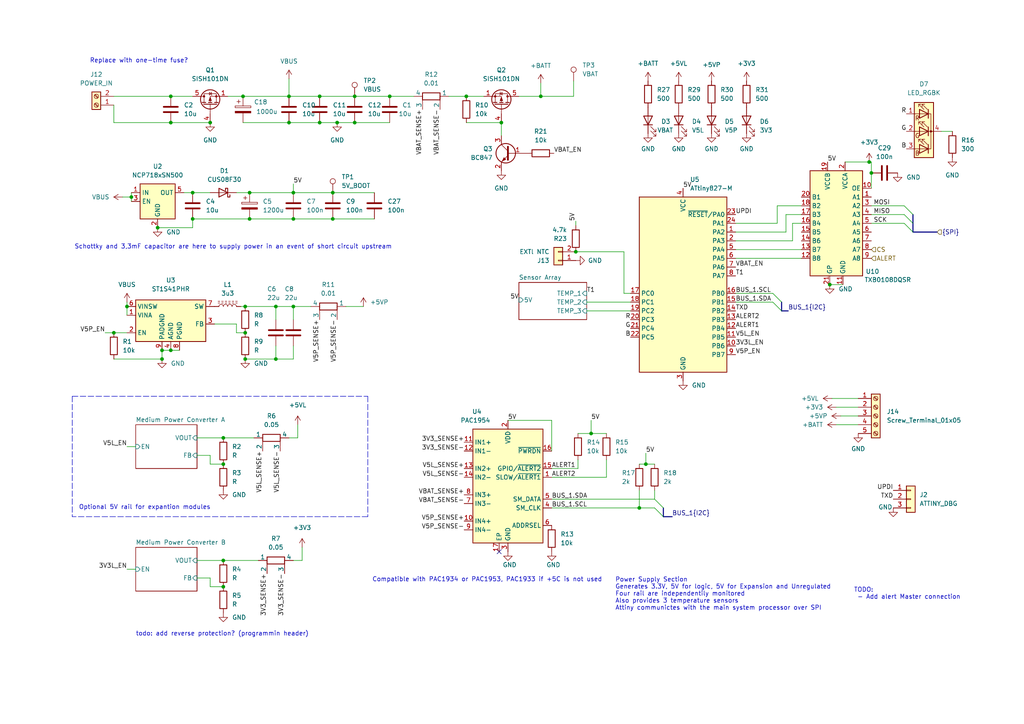
<source format=kicad_sch>
(kicad_sch (version 20211123) (generator eeschema)
  (paper "A4")
  (title_block (title "Marvin flight controller") (rev "0.1.1") (company "3Fall Engineering"))
  (lib_symbols
    (symbol "Analog_ADC:PAC1934x-xJQ"
      (property "Reference" "U?" (at -10.16 21.59 0))
      (property "Value" "PAC1954" (at -10.16 19.05 0))
      (symbol "PAC1934x-xJQ_1_1"
        (pin open_collector line (at -12.7 3.81 0) (length 2.54) (name "SLOW/~{ALERT1}") (number "1"))
        (pin input line (at 12.7 -8.89 180) (length 2.54) (name "IN4+") (number "10"))
        (pin input line (at 12.7 13.97 180) (length 2.54) (name "IN1+") (number "11"))
        (pin input line (at 12.7 11.43 180) (length 2.54) (name "IN1-") (number "12"))
        (pin input line (at 12.7 6.35 180) (length 2.54) (name "IN2+") (number "13"))
        (pin input line (at 12.7 3.81 180) (length 2.54) (name "IN2-") (number "14"))
        (pin open_collector line (at -12.7 6.35 0) (length 2.54) (name "GPIO/~{ALERT2}") (number "15"))
        (pin input line (at -12.7 11.43 0) (length 2.54) (name "~{PWRDN}") (number "16"))
        (pin power_in line (at 2.54 -17.78 90) (length 2.54) (name "EP") (number "17"))
        (pin power_in line (at 0 20.32 270) (length 2.54) (name "VDD") (number "2"))
        (pin power_in line (at 0 -17.78 90) (length 2.54) (name "GND") (number "3"))
        (pin input line (at -12.7 -5.08 0) (length 2.54) (name "SM_CLK") (number "4"))
        (pin bidirectional line (at -12.7 -2.54 0) (length 2.54) (name "SM_DATA") (number "5"))
        (pin passive line (at -12.7 -10.16 0) (length 2.54) (name "ADDRSEL") (number "6"))
        (pin input line (at 12.7 -3.81 180) (length 2.54) (name "IN3-") (number "7"))
        (pin input line (at 12.7 -1.27 180) (length 2.54) (name "IN3+") (number "8"))
        (pin input line (at 12.7 -11.43 180) (length 2.54) (name "IN4-") (number "9"))
      )
    )
    (symbol "Connector:Screw_Terminal_01x02" (pin_names (offset 1.016) hide)
      (property "Reference" "J" (at 0 2.54 0))
      (property "Value" "Screw_Terminal_01x02" (at 0 -5.08 0))
      (symbol "Screw_Terminal_01x02_1_1"
        (pin passive line (at -5.08 0 0) (length 3.81) (name "Pin_1") (number "1"))
        (pin passive line (at -5.08 -2.54 0) (length 3.81) (name "Pin_2") (number "2"))
      )
    )
    (symbol "Connector:Screw_Terminal_01x05" (pin_names (offset 1.016) hide)
      (property "Reference" "J" (at 0 7.62 0))
      (property "Value" "Screw_Terminal_01x05" (at 0 -7.62 0))
      (symbol "Screw_Terminal_01x05_1_1"
        (pin passive line (at -5.08 5.08 0) (length 3.81) (name "Pin_1") (number "1"))
        (pin passive line (at -5.08 2.54 0) (length 3.81) (name "Pin_2") (number "2"))
        (pin passive line (at -5.08 0 0) (length 3.81) (name "Pin_3") (number "3"))
        (pin passive line (at -5.08 -2.54 0) (length 3.81) (name "Pin_4") (number "4"))
        (pin passive line (at -5.08 -5.08 0) (length 3.81) (name "Pin_5") (number "5"))
      )
    )
    (symbol "Connector:TestPoint" (pin_numbers hide) (pin_names (offset 0.762) hide)
      (property "Reference" "TP" (at 0 6.858 0))
      (property "Value" "TestPoint" (at 0 5.08 0))
      (symbol "TestPoint_1_1"
        (pin passive line (at 0 0 90) (length 2.54) (name "1") (number "1"))
      )
    )
    (symbol "Connector_Generic:Conn_01x02" (pin_names (offset 1.016) hide)
      (property "Reference" "J" (at 0 2.54 0))
      (property "Value" "Conn_01x02" (at 0 -5.08 0))
      (symbol "Conn_01x02_1_1"
        (pin passive line (at -5.08 0 0) (length 3.81) (name "Pin_1") (number "1"))
        (pin passive line (at -5.08 -2.54 0) (length 3.81) (name "Pin_2") (number "2"))
      )
    )
    (symbol "Connector_Generic:Conn_01x03" (pin_names (offset 1.016) hide)
      (property "Reference" "J" (at 0 5.08 0))
      (property "Value" "Conn_01x03" (at 0 -5.08 0))
      (symbol "Conn_01x03_1_1"
        (pin passive line (at -5.08 2.54 0) (length 3.81) (name "Pin_1") (number "1"))
        (pin passive line (at -5.08 0 0) (length 3.81) (name "Pin_2") (number "2"))
        (pin passive line (at -5.08 -2.54 0) (length 3.81) (name "Pin_3") (number "3"))
      )
    )
    (symbol "Device:C" (pin_numbers hide) (pin_names (offset 0.254))
      (property "Reference" "C" (at 0.635 2.54 0))
      (property "Value" "C" (at 0.635 -2.54 0))
      (symbol "C_1_1"
        (pin passive line (at 0 3.81 270) (length 2.794) (name "~") (number "1"))
        (pin passive line (at 0 -3.81 90) (length 2.794) (name "~") (number "2"))
      )
    )
    (symbol "Device:C_Polarized" (pin_numbers hide) (pin_names (offset 0.254))
      (property "Reference" "C" (at 0.635 2.54 0))
      (property "Value" "C_Polarized" (at 0.635 -2.54 0))
      (symbol "C_Polarized_1_1"
        (pin passive line (at 0 3.81 270) (length 2.794) (name "~") (number "1"))
        (pin passive line (at 0 -3.81 90) (length 2.794) (name "~") (number "2"))
      )
    )
    (symbol "Device:D_Schottky" (pin_numbers hide) (pin_names (offset 1.016) hide)
      (property "Reference" "D" (at 0 2.54 0))
      (property "Value" "D_Schottky" (at 0 -2.54 0))
      (symbol "D_Schottky_1_1"
        (pin passive line (at -3.81 0 0) (length 2.54) (name "K") (number "1"))
        (pin passive line (at 3.81 0 180) (length 2.54) (name "A") (number "2"))
      )
    )
    (symbol "Device:LED" (pin_numbers hide) (pin_names (offset 1.016) hide)
      (property "Reference" "D" (at 0 2.54 0))
      (property "Value" "LED" (at 0 -2.54 0))
      (symbol "LED_1_1"
        (pin passive line (at -3.81 0 0) (length 2.54) (name "K") (number "1"))
        (pin passive line (at 3.81 0 180) (length 2.54) (name "A") (number "2"))
      )
    )
    (symbol "Device:LED_RGBK" (pin_names (offset 0) hide)
      (property "Reference" "D" (at 0 9.398 0))
      (property "Value" "LED_RGBK" (at 0 -8.89 0))
      (symbol "LED_RGBK_0_0"
        (text "B" (at 1.905 -6.35 0) (effects (font (size 1.27 1.27))))
        (text "G" (at 1.905 -1.27 0) (effects (font (size 1.27 1.27))))
        (text "R" (at 1.905 3.81 0) (effects (font (size 1.27 1.27))))
      )
      (symbol "LED_RGBK_1_1"
        (pin passive line (at 5.08 5.08 180) (length 2.54) (name "RA") (number "1"))
        (pin passive line (at 5.08 0 180) (length 2.54) (name "GA") (number "2"))
        (pin passive line (at 5.08 -5.08 180) (length 2.54) (name "BA") (number "3"))
        (pin passive line (at -5.08 0 0) (length 2.54) (name "K") (number "4"))
      )
    )
    (symbol "Device:L_Ferrite" (pin_numbers hide) (pin_names (offset 1.016) hide)
      (property "Reference" "L" (at -1.27 0 90))
      (property "Value" "L_Ferrite" (at 2.794 0 90))
      (symbol "L_Ferrite_1_1"
        (pin passive line (at 0 3.81 270) (length 1.27) (name "1") (number "1"))
        (pin passive line (at 0 -3.81 90) (length 1.27) (name "2") (number "2"))
      )
    )
    (symbol "Device:R" (pin_numbers hide) (pin_names (offset 0))
      (property "Reference" "R" (at 2.032 0 90))
      (property "Value" "R" (at 0 0 90))
      (symbol "R_1_1"
        (pin passive line (at 0 3.81 270) (length 1.27) (name "~") (number "1"))
        (pin passive line (at 0 -3.81 90) (length 1.27) (name "~") (number "2"))
      )
    )
    (symbol "Device:R_Shunt" (pin_numbers hide) (pin_names (offset 0))
      (property "Reference" "R" (at -4.445 0 90))
      (property "Value" "R_Shunt" (at -2.54 0 90))
      (symbol "R_Shunt_1_1"
        (pin passive line (at 0 5.08 270) (length 2.54) (name "1") (number "1"))
        (pin passive line (at 3.81 2.54 180) (length 2.54) (name "2") (number "2"))
        (pin passive line (at 3.81 -2.54 180) (length 2.54) (name "3") (number "3"))
        (pin passive line (at 0 -5.08 90) (length 2.54) (name "4") (number "4"))
      )
    )
    (symbol "Logic_LevelTranslator:TXB0108DQSR"
      (property "Reference" "U18" (at 11.303 -14.097 0))
      (property "Value" "TXB0108DQSR" (at 11.43 -16.637 0))
      (symbol "TXB0108DQSR_1_1"
        (pin bidirectional line (at -10.16 7.62 0) (length 2.54) (name "A1") (number "1"))
        (pin input line (at -10.16 10.16 0) (length 2.54) (name "OE") (number "10"))
        (pin power_in line (at -1.905 -17.78 90) (length 2.54) (name "GND") (number "11"))
        (pin bidirectional line (at 10.16 -10.16 180) (length 2.54) (name "B8") (number "12"))
        (pin bidirectional line (at 10.16 -7.62 180) (length 2.54) (name "B7") (number "13"))
        (pin bidirectional line (at 10.16 -5.08 180) (length 2.54) (name "B6") (number "14"))
        (pin bidirectional line (at 10.16 -2.54 180) (length 2.54) (name "B5") (number "15"))
        (pin bidirectional line (at 10.16 0 180) (length 2.54) (name "B4") (number "16"))
        (pin bidirectional line (at 10.16 2.54 180) (length 2.54) (name "B3") (number "17"))
        (pin bidirectional line (at 10.16 5.08 180) (length 2.54) (name "B2") (number "18"))
        (pin power_in line (at 2.54 17.78 270) (length 2.54) (name "VCCB") (number "19"))
        (pin power_in line (at -2.54 17.78 270) (length 2.54) (name "VCCA") (number "2"))
        (pin bidirectional line (at 10.16 7.62 180) (length 2.54) (name "B1") (number "20"))
        (pin power_in line (at 1.905 -17.78 90) (length 2.54) (name "GP") (number "21"))
        (pin bidirectional line (at -10.16 5.08 0) (length 2.54) (name "A2") (number "3"))
        (pin bidirectional line (at -10.16 2.54 0) (length 2.54) (name "A3") (number "4"))
        (pin bidirectional line (at -10.16 0 0) (length 2.54) (name "A4") (number "5"))
        (pin bidirectional line (at -10.16 -2.54 0) (length 2.54) (name "A5") (number "6"))
        (pin bidirectional line (at -10.16 -5.08 0) (length 2.54) (name "A6") (number "7"))
        (pin bidirectional line (at -10.16 -7.62 0) (length 2.54) (name "A7") (number "8"))
        (pin bidirectional line (at -10.16 -10.16 0) (length 2.54) (name "A8") (number "9"))
      )
    )
    (symbol "MCU_Microchip_ATtiny:ATtiny827-M"
      (property "Reference" "U" (at -12.7 26.67 0))
      (property "Value" "ATtiny827-M" (at 2.54 -26.67 0))
      (symbol "ATtiny827-M_1_1"
        (pin bidirectional line (at 15.24 15.24 180) (length 2.54) (name "PA2") (number "1"))
        (pin bidirectional line (at 15.24 -17.78 180) (length 2.54) (name "PB6") (number "10"))
        (pin bidirectional line (at 15.24 -15.24 180) (length 2.54) (name "PB5") (number "11"))
        (pin bidirectional line (at 15.24 -12.7 180) (length 2.54) (name "PB4") (number "12"))
        (pin bidirectional line (at 15.24 -10.16 180) (length 2.54) (name "PB3") (number "13"))
        (pin bidirectional line (at 15.24 -7.62 180) (length 2.54) (name "PB2") (number "14"))
        (pin bidirectional line (at 15.24 -5.08 180) (length 2.54) (name "PB1") (number "15"))
        (pin bidirectional line (at 15.24 -2.54 180) (length 2.54) (name "PB0") (number "16"))
        (pin bidirectional line (at -15.24 -2.54 0) (length 2.54) (name "PC0") (number "17"))
        (pin bidirectional line (at -15.24 -5.08 0) (length 2.54) (name "PC1") (number "18"))
        (pin bidirectional line (at -15.24 -7.62 0) (length 2.54) (name "PC2") (number "19"))
        (pin bidirectional line (at 15.24 12.7 180) (length 2.54) (name "PA3") (number "2"))
        (pin bidirectional line (at -15.24 -10.16 0) (length 2.54) (name "PC3") (number "20"))
        (pin bidirectional line (at -15.24 -12.7 0) (length 2.54) (name "PC4") (number "21"))
        (pin bidirectional line (at -15.24 -15.24 0) (length 2.54) (name "PC5") (number "22"))
        (pin bidirectional line (at 15.24 20.32 180) (length 2.54) (name "~{RESET}/PA0") (number "23"))
        (pin bidirectional line (at 15.24 17.78 180) (length 2.54) (name "PA1") (number "24"))
        (pin passive line (at 0 -27.94 90) (length 2.54) hide (name "GND") (number "25"))
        (pin power_in line (at 0 -27.94 90) (length 2.54) (name "GND") (number "3"))
        (pin power_in line (at 0 27.94 270) (length 2.54) (name "VCC") (number "4"))
        (pin bidirectional line (at 15.24 10.16 180) (length 2.54) (name "PA4") (number "5"))
        (pin bidirectional line (at 15.24 7.62 180) (length 2.54) (name "PA5") (number "6"))
        (pin bidirectional line (at 15.24 5.08 180) (length 2.54) (name "PA6") (number "7"))
        (pin bidirectional line (at 15.24 2.54 180) (length 2.54) (name "PA7") (number "8"))
        (pin bidirectional line (at 15.24 -20.32 180) (length 2.54) (name "PB7") (number "9"))
      )
    )
    (symbol "Regulator_Linear:NCP718xSN500"
      (property "Reference" "U" (at -3.81 6.35 0))
      (property "Value" "NCP718xSN500" (at 6.35 6.35 0))
      (symbol "NCP718xSN500_0_1"
        (pin power_in line (at -7.62 2.54 0) (length 2.54) (name "IN") (number "1"))
        (pin power_in line (at 0 -7.62 90) (length 2.54) (name "GND") (number "2"))
        (pin input line (at -7.62 0 0) (length 2.54) (name "EN") (number "3"))
        (pin no_connect line (at 5.08 0 180) (length 2.54) hide (name "NC") (number "4"))
        (pin power_out line (at 7.62 2.54 180) (length 2.54) (name "OUT") (number "5"))
      )
    )
    (symbol "Regulator_Switching:ST1S10PHR"
      (property "Reference" "U?" (at 0 10.16 0))
      (property "Value" "ST1S41PHR" (at 0 7.62 0))
      (symbol "ST1S10PHR_1_1"
        (pin power_in line (at -12.7 0 0) (length 2.54) (name "VINA") (number "1"))
        (pin input line (at -12.7 -5.08 0) (length 2.54) (name "EN") (number "2"))
        (pin input line (at 12.7 -2.54 180) (length 2.54) (name "FB") (number "3"))
        (pin power_in line (at 0 -10.16 90) (length 2.54) (name "AGND") (number "4"))
        (pin input line (at -12.7 2.54 0) (length 2.54) (name "VINSW") (number "6"))
        (pin output line (at 12.7 2.54 180) (length 2.54) (name "SW") (number "7"))
        (pin power_in line (at 2.54 -10.16 90) (length 2.54) (name "PGND") (number "8"))
        (pin power_in line (at -2.54 -10.16 90) (length 2.54) (name "PADGND") (number "9"))
      )
    )
    (symbol "Transistor_BJT:BC847" (pin_names (offset 0) hide)
      (property "Reference" "Q" (at 5.08 1.905 0))
      (property "Value" "BC847" (at 5.08 0 0))
      (symbol "BC847_1_1"
        (pin input line (at -5.08 0 0) (length 5.715) (name "B") (number "1"))
        (pin passive line (at 2.54 -5.08 90) (length 2.54) (name "E") (number "2"))
        (pin passive line (at 2.54 5.08 270) (length 2.54) (name "C") (number "3"))
      )
    )
    (symbol "Transistor_FET:SiS415DNT" (pin_names hide)
      (property "Reference" "Q" (at 5.08 1.905 0))
      (property "Value" "SiS415DNT" (at 5.08 0 0))
      (symbol "SiS415DNT_1_1"
        (pin passive line (at 2.54 -5.08 90) (length 2.54) (name "S") (number "1"))
        (pin passive line (at 2.54 -5.08 90) (length 2.54) hide (name "S") (number "2"))
        (pin passive line (at 2.54 -5.08 90) (length 2.54) hide (name "S") (number "3"))
        (pin passive line (at -5.08 0 0) (length 2.54) (name "G") (number "4"))
        (pin passive line (at 2.54 5.08 270) (length 2.54) (name "D") (number "5"))
      )
    )
    (symbol "power:+3V3" (power) (pin_names (offset 0))
      (property "Value" "+3V3" (at 0 3.556 0))
      (symbol "+3V3_1_1"
        (pin power_in line (at 0 0 90) (length 0) hide (name "+3V3") (number "1"))
      )
    )
    (symbol "power:+5VL" (power) (pin_names (offset 0))
      (property "Value" "+5VL" (at 0 3.556 0))
      (symbol "+5VL_1_1"
        (pin power_in line (at 0 0 90) (length 0) hide (name "+5VL") (number "1"))
      )
    )
    (symbol "power:+5VP" (power) (pin_names (offset 0))
      (property "Value" "+5VP" (at 0 3.556 0))
      (symbol "+5VP_1_1"
        (pin power_in line (at 0 0 90) (length 0) hide (name "+5VP") (number "1"))
      )
    )
    (symbol "power:+BATT" (power) (pin_names (offset 0))
      (property "Value" "+BATT" (at 0 3.556 0))
      (symbol "+BATT_1_1"
        (pin power_in line (at 0 0 90) (length 0) hide (name "+BATT") (number "1"))
      )
    )
    (symbol "power:GND" (power) (pin_names (offset 0))
      (property "Value" "GND" (at 0 -3.81 0))
      (symbol "GND_1_1"
        (pin power_in line (at 0 0 270) (length 0) hide (name "GND") (number "1"))
      )
    )
    (symbol "power:VBUS" (power) (pin_names (offset 0))
      (property "Value" "VBUS" (at 0 3.81 0))
      (symbol "VBUS_1_1"
        (pin power_in line (at 0 0 90) (length 0) hide (name "VBUS") (number "1"))
      )
    )
  )
  (junction (at 49.53 101.6))
  (junction (at 71.12 96.52))
  (junction (at 85.09 88.9))
  (junction (at 83.82 27.94))
  (junction (at 252.095 46.99))
  (junction (at 33.02 96.52))
  (junction (at 80.01 88.9))
  (junction (at 64.77 134.62))
  (junction (at 72.39 55.88))
  (junction (at 46.99 101.6))
  (junction (at 171.45 125.73))
  (junction (at 36.83 88.9))
  (junction (at 64.77 162.56))
  (junction (at 85.09 63.5))
  (junction (at 252.73 50.165))
  (junction (at 92.71 35.56))
  (junction (at 92.71 27.94))
  (junction (at 240.665 82.55))
  (junction (at 64.77 127))
  (junction (at 55.88 55.88))
  (junction (at 64.77 170.18))
  (junction (at 135.255 27.94))
  (junction (at 102.87 35.56))
  (junction (at 71.12 88.9))
  (junction (at 46.99 104.14))
  (junction (at 72.39 63.5))
  (junction (at 80.01 104.14))
  (junction (at 70.485 27.94))
  (junction (at 49.53 35.56))
  (junction (at 96.52 63.5))
  (junction (at 102.87 27.94))
  (junction (at 187.325 134.62))
  (junction (at 83.82 35.56))
  (junction (at 55.88 63.5))
  (junction (at 185.42 147.32))
  (junction (at 156.845 27.94))
  (junction (at 38.1 57.15))
  (junction (at 45.72 66.04))
  (junction (at 60.96 35.56))
  (junction (at 49.53 27.94))
  (junction (at 113.03 27.94))
  (junction (at 97.79 35.56))
  (junction (at 145.415 35.56))
  (junction (at 85.09 55.88))
  (junction (at 167.005 73.025))
  (junction (at 96.52 55.88))
  (junction (at 71.12 104.14))
  (no_connect (at 144.78 160.02))
  (bus_entry (at 264.795 67.31) (size -2.54 -2.54))
  (bus_entry (at 264.795 62.23) (size -2.54 -2.54))
  (bus_entry (at 226.695 87.63) (size -2.54 -2.54))
  (bus_entry (at 192.405 147.32) (size -2.54 -2.54))
  (bus_entry (at 192.405 149.86) (size -2.54 -2.54))
  (bus_entry (at 226.695 90.17) (size -2.54 -2.54))
  (bus_entry (at 264.795 64.77) (size -2.54 -2.54))
  (wire (pts (xy 85.09 92.71) (xy 85.09 88.9)))
  (wire (pts (xy 92.71 27.94) (xy 102.87 27.94)))
  (wire (pts (xy 252.095 46.99) (xy 252.73 46.99)))
  (bus (pts (xy 264.795 67.31) (xy 271.78 67.31)))
  (wire (pts (xy 229.87 69.85) (xy 229.87 64.77)))
  (wire (pts (xy 72.39 63.5) (xy 85.09 63.5)))
  (wire (pts (xy 85.09 55.88) (xy 96.52 55.88)))
  (wire (pts (xy 171.45 125.73) (xy 175.895 125.73)))
  (wire (pts (xy 64.77 127) (xy 73.66 127)))
  (wire (pts (xy 213.36 69.85) (xy 229.87 69.85)))
  (wire (pts (xy 57.15 162.56) (xy 64.77 162.56)))
  (wire (pts (xy 62.23 93.98) (xy 68.58 93.98)))
  (wire (pts (xy 71.12 88.9) (xy 80.01 88.9)))
  (wire (pts (xy 53.34 55.88) (xy 55.88 55.88)))
  (wire (pts (xy 86.36 123.19) (xy 86.36 127)))
  (wire (pts (xy 70.485 27.94) (xy 83.82 27.94)))
  (wire (pts (xy 66.04 27.94) (xy 70.485 27.94)))
  (wire (pts (xy 46.99 101.6) (xy 49.53 101.6)))
  (wire (pts (xy 36.83 129.54) (xy 39.37 129.54)))
  (wire (pts (xy 160.02 147.32) (xy 185.42 147.32)))
  (wire (pts (xy 102.87 35.56) (xy 113.03 35.56)))
  (wire (pts (xy 45.72 66.04) (xy 55.88 66.04)))
  (wire (pts (xy 187.325 134.62) (xy 189.865 134.62)))
  (wire (pts (xy 175.895 138.43) (xy 175.895 133.35)))
  (wire (pts (xy 64.77 162.56) (xy 74.93 162.56)))
  (wire (pts (xy 33.02 35.56) (xy 49.53 35.56)))
  (wire (pts (xy 38.1 57.15) (xy 38.1 58.42)))
  (wire (pts (xy 83.82 35.56) (xy 92.71 35.56)))
  (wire (pts (xy 213.36 72.39) (xy 232.41 72.39)))
  (wire (pts (xy 171.45 121.92) (xy 171.45 125.73)))
  (wire (pts (xy 85.09 63.5) (xy 96.52 63.5)))
  (wire (pts (xy 68.58 96.52) (xy 71.12 96.52)))
  (wire (pts (xy 97.79 35.56) (xy 102.87 35.56)))
  (wire (pts (xy 225.425 64.77) (xy 225.425 59.69)))
  (wire (pts (xy 113.03 27.94) (xy 120.015 27.94)))
  (wire (pts (xy 156.845 27.94) (xy 150.495 27.94)))
  (wire (pts (xy 55.88 66.04) (xy 55.88 63.5)))
  (wire (pts (xy 167.005 73.025) (xy 180.975 73.025)))
  (wire (pts (xy 227.965 62.23) (xy 232.41 62.23)))
  (wire (pts (xy 69.85 88.9) (xy 71.12 88.9)))
  (wire (pts (xy 147.32 121.92) (xy 160.02 121.92)))
  (wire (pts (xy 252.73 59.69) (xy 262.255 59.69)))
  (wire (pts (xy 276.225 38.1) (xy 273.05 38.1)))
  (wire (pts (xy 80.01 100.33) (xy 80.01 104.14)))
  (wire (pts (xy 167.64 125.73) (xy 171.45 125.73)))
  (wire (pts (xy 170.18 87.63) (xy 182.88 87.63)))
  (wire (pts (xy 60.96 167.64) (xy 60.96 170.18)))
  (wire (pts (xy 60.96 132.08) (xy 60.96 134.62)))
  (wire (pts (xy 36.83 88.9) (xy 36.83 91.44)))
  (wire (pts (xy 213.36 64.77) (xy 225.425 64.77)))
  (wire (pts (xy 83.82 35.56) (xy 70.485 35.56)))
  (wire (pts (xy 68.58 93.98) (xy 68.58 96.52)))
  (wire (pts (xy 57.15 132.08) (xy 60.96 132.08)))
  (wire (pts (xy 49.53 101.6) (xy 52.07 101.6)))
  (wire (pts (xy 80.01 104.14) (xy 85.09 104.14)))
  (wire (pts (xy 182.88 85.09) (xy 180.975 85.09)))
  (wire (pts (xy 92.71 35.56) (xy 97.79 35.56)))
  (wire (pts (xy 46.99 101.6) (xy 46.99 104.14)))
  (wire (pts (xy 145.415 35.56) (xy 145.415 39.37)))
  (wire (pts (xy 156.845 27.94) (xy 166.37 27.94)))
  (wire (pts (xy 38.1 55.88) (xy 38.1 57.15)))
  (wire (pts (xy 33.02 104.14) (xy 46.99 104.14)))
  (wire (pts (xy 60.96 170.18) (xy 64.77 170.18)))
  (wire (pts (xy 36.83 165.1) (xy 39.37 165.1)))
  (wire (pts (xy 57.15 167.64) (xy 60.96 167.64)))
  (wire (pts (xy 225.425 59.69) (xy 232.41 59.69)))
  (wire (pts (xy 252.73 62.23) (xy 262.255 62.23)))
  (bus (pts (xy 226.695 87.63) (xy 226.695 90.17)))
  (polyline (pts (xy 106.68 149.86) (xy 20.955 149.86)))
  (wire (pts (xy 36.83 87.63) (xy 36.83 88.9)))
  (wire (pts (xy 55.88 55.88) (xy 60.96 55.88)))
  (wire (pts (xy 49.53 35.56) (xy 60.96 35.56)))
  (wire (pts (xy 102.87 27.94) (xy 113.03 27.94)))
  (wire (pts (xy 96.52 55.88) (xy 108.585 55.88)))
  (wire (pts (xy 160.02 121.92) (xy 160.02 130.81)))
  (wire (pts (xy 170.18 90.17) (xy 182.88 90.17)))
  (wire (pts (xy 189.865 142.24) (xy 189.865 144.78)))
  (polyline (pts (xy 106.68 114.935) (xy 106.68 149.86)))
  (wire (pts (xy 160.02 135.89) (xy 167.64 135.89)))
  (wire (pts (xy 156.845 27.94) (xy 156.845 24.13)))
  (wire (pts (xy 180.975 73.025) (xy 180.975 85.09)))
  (wire (pts (xy 242.57 123.19) (xy 248.92 123.19)))
  (wire (pts (xy 252.73 64.77) (xy 262.255 64.77)))
  (wire (pts (xy 57.15 127) (xy 64.77 127)))
  (wire (pts (xy 135.255 27.94) (xy 140.335 27.94)))
  (wire (pts (xy 185.42 147.32) (xy 189.865 147.32)))
  (wire (pts (xy 240.665 82.55) (xy 244.475 82.55)))
  (wire (pts (xy 35.56 57.15) (xy 38.1 57.15)))
  (wire (pts (xy 83.82 22.86) (xy 83.82 27.94)))
  (wire (pts (xy 229.87 64.77) (xy 232.41 64.77)))
  (wire (pts (xy 55.88 63.5) (xy 72.39 63.5)))
  (wire (pts (xy 80.01 92.71) (xy 80.01 88.9)))
  (wire (pts (xy 185.42 142.24) (xy 185.42 147.32)))
  (wire (pts (xy 33.02 30.48) (xy 33.02 35.56)))
  (wire (pts (xy 100.33 88.9) (xy 105.41 88.9)))
  (wire (pts (xy 87.63 162.56) (xy 85.09 162.56)))
  (wire (pts (xy 213.36 85.09) (xy 224.155 85.09)))
  (wire (pts (xy 83.82 27.94) (xy 92.71 27.94)))
  (wire (pts (xy 252.73 46.99) (xy 252.73 50.165)))
  (wire (pts (xy 86.36 127) (xy 83.82 127)))
  (wire (pts (xy 80.01 88.9) (xy 85.09 88.9)))
  (wire (pts (xy 241.3 115.57) (xy 248.92 115.57)))
  (wire (pts (xy 49.53 27.94) (xy 55.88 27.94)))
  (polyline (pts (xy 20.955 114.935) (xy 106.68 114.935)))
  (wire (pts (xy 87.63 158.75) (xy 87.63 162.56)))
  (wire (pts (xy 60.96 134.62) (xy 64.77 134.62)))
  (bus (pts (xy 192.405 149.86) (xy 194.945 149.86)))
  (wire (pts (xy 33.02 27.94) (xy 49.53 27.94)))
  (wire (pts (xy 213.36 87.63) (xy 224.155 87.63)))
  (wire (pts (xy 72.39 55.88) (xy 85.09 55.88)))
  (bus (pts (xy 192.405 147.32) (xy 192.405 149.86)))
  (wire (pts (xy 135.255 35.56) (xy 145.415 35.56)))
  (wire (pts (xy 160.02 138.43) (xy 175.895 138.43)))
  (wire (pts (xy 167.64 135.89) (xy 167.64 133.35)))
  (wire (pts (xy 185.42 134.62) (xy 187.325 134.62)))
  (wire (pts (xy 242.57 118.11) (xy 248.92 118.11)))
  (bus (pts (xy 264.795 64.77) (xy 264.795 67.31)))
  (polyline (pts (xy 20.955 114.935) (xy 20.955 149.86)))
  (wire (pts (xy 187.325 134.62) (xy 187.325 131.445)))
  (wire (pts (xy 167.005 64.135) (xy 167.005 65.405)))
  (wire (pts (xy 85.09 53.34) (xy 85.09 55.88)))
  (wire (pts (xy 85.09 100.33) (xy 85.09 104.14)))
  (wire (pts (xy 33.02 96.52) (xy 36.83 96.52)))
  (wire (pts (xy 252.73 50.165) (xy 252.73 54.61)))
  (wire (pts (xy 30.48 96.52) (xy 33.02 96.52)))
  (wire (pts (xy 80.01 104.14) (xy 71.12 104.14)))
  (wire (pts (xy 166.37 23.495) (xy 166.37 27.94)))
  (wire (pts (xy 85.09 88.9) (xy 90.17 88.9)))
  (wire (pts (xy 213.36 67.31) (xy 227.965 67.31)))
  (wire (pts (xy 96.52 63.5) (xy 108.585 63.5)))
  (bus (pts (xy 264.795 62.23) (xy 264.795 64.77)))
  (wire (pts (xy 243.84 120.65) (xy 248.92 120.65)))
  (wire (pts (xy 227.965 67.31) (xy 227.965 62.23)))
  (wire (pts (xy 130.175 27.94) (xy 135.255 27.94)))
  (wire (pts (xy 245.11 46.99) (xy 252.095 46.99)))
  (bus (pts (xy 228.6 90.17) (xy 226.695 90.17)))
  (wire (pts (xy 160.02 144.78) (xy 189.865 144.78)))
  (wire (pts (xy 213.36 74.93) (xy 232.41 74.93)))
  (wire (pts (xy 68.58 55.88) (xy 72.39 55.88)))
  (text "Replace with one-time fuse?" (at 26.035 18.415 0) (effects (font (size 1.27 1.27)) (justify left bottom)))
  (text "TODO: \n - Add alert Master connection" (at 247.65 173.99 0) (effects (font (size 1.27 1.27)) (justify left bottom)))
  (text "\nOptional 5V rail for expantion modules\n" (at 22.86 147.955 0) (effects (font (size 1.27 1.27)) (justify left bottom)))
  (text "Schottky and 3,3mF capacitor are here to supply power in an event of short circuit upstream\n" (at 21.59 72.39 0) (effects (font (size 1.27 1.27)) (justify left bottom)))
  (text "Power Supply Section\nGenerates 3.3V, 5V for logic, 5V for Expansion and Unregulated\nFour rail are independentily monitored\nAlso provides 3 temperature sensors\nAttiny communictes with the main system processor over SPI" (at 178.435 177.165 0) (effects (font (size 1.27 1.27)) (justify left bottom)))
  (text "todo: add reverse protection? (programmin header)\n\n" (at 39.37 186.69 0) (effects (font (size 1.27 1.27)) (justify left bottom)))
  (text "Compatible with PAC1934 or PAC1953, PAC1933 if +5C is not used\n" (at 107.95 168.91 0) (effects (font (size 1.27 1.27)) (justify left bottom)))
  (label "5V" (at 85.09 53.34 0))
  (label "5V" (at 240.03 46.99 0))
  (label "VBAT_SENSE-" (at 134.62 146.05 180))
  (label "5V" (at 187.325 131.445 0))
  (label "V5L_SENSE-" (at 134.62 138.43 180))
  (label "VBAT_EN" (at 213.36 77.47 0))
  (label "5V" (at 147.32 121.92 0))
  (label "V5L_SENSE+" (at 76.2 130.81 270))
  (label "V5P_SENSE-" (at 97.79 92.71 270))
  (label "5V" (at 150.495 86.995 180))
  (label "VBAT_SENSE-" (at 127.635 31.75 270))
  (label "3V3_SENSE+" (at 77.47 166.37 270))
  (label "ALERT2" (at 213.36 92.71 0))
  (label "V5L_SENSE-" (at 81.28 130.81 270))
  (label "SCK" (at 253.365 64.77 0))
  (label "3V3L_EN" (at 36.83 165.1 180))
  (label "B" (at 182.88 97.79 180))
  (label "MISO" (at 253.365 62.23 0))
  (label "3V3_SENSE-" (at 82.55 166.37 270))
  (label "ALERT1" (at 213.36 95.25 0))
  (label "TXD" (at 213.36 90.17 0))
  (label "V5L_EN" (at 213.36 97.79 0))
  (label "MOSI" (at 253.365 59.69 0))
  (label "BUS_1{I2C}" (at 228.6 90.17 0))
  (label "ALERT2" (at 160.02 138.43 0))
  (label "V5P_SENSE+" (at 134.62 151.13 180))
  (label "VBAT_EN" (at 160.655 44.45 0))
  (label "5V" (at 198.12 54.61 0))
  (label "T1" (at 170.18 85.09 0))
  (label "V5P_EN" (at 213.36 102.87 0))
  (label "B" (at 262.89 43.18 180))
  (label "BUS_1.SDA" (at 213.36 87.63 0))
  (label "VBAT_SENSE+" (at 122.555 31.75 270))
  (label "BUS_1.SDA" (at 160.02 144.78 0))
  (label "3V3_SENSE-" (at 134.62 130.81 180))
  (label "G" (at 262.89 38.1 180))
  (label "VBAT_SENSE+" (at 134.62 143.51 180))
  (label "R" (at 262.89 33.02 180))
  (label "3V3L_EN" (at 213.36 100.33 0))
  (label "V5L_EN" (at 36.83 129.54 180))
  (label "UPDI" (at 213.36 62.23 0))
  (label "T1" (at 213.36 80.01 0))
  (label "UPDI" (at 259.08 142.24 180))
  (label "G" (at 182.88 95.25 180))
  (label "5V" (at 171.45 121.92 0))
  (label "BUS_1{I2C}" (at 194.945 149.86 0))
  (label "R" (at 182.88 92.71 180))
  (label "V5P_SENSE+" (at 92.71 92.71 270))
  (label "5V" (at 167.005 64.135 90))
  (label "BUS_1.SCL" (at 213.36 85.09 0))
  (label "TXD" (at 259.08 144.78 180))
  (label "3V3_SENSE+" (at 134.62 128.27 180))
  (label "V5L_SENSE+" (at 134.62 135.89 180))
  (label "ALERT1" (at 160.02 135.89 0))
  (label "V5P_SENSE-" (at 134.62 153.67 180))
  (label "BUS_1.SCL" (at 160.02 147.32 0))
  (label "V5P_EN" (at 30.48 96.52 180))
  (hierarchical_label "ALERT" (shape input) (at 252.73 74.93 0))
  (hierarchical_label "{SPI}" (shape input) (at 271.78 67.31 0))
  (hierarchical_label "CS" (shape input) (at 252.73 72.39 0))
  (symbol (lib_id "power:GND") (at 46.99 104.14 0) (mirror y) (unit 1)
    (property "Reference" "#PWR0101" (effects hide))
    (property "Value" "GND" (at 49.53 105.4099 0) (effects (justify right)))
  )
  (symbol (lib_id "Device:R") (at 189.865 138.43 0) (unit 1)
    (property "Reference" "R18" (at 192.405 137.1599 0) (effects (justify left)))
    (property "Value" "2k" (at 192.405 139.6999 0) (effects (justify left)))
    (property "Footprint" "Resistor_SMD:R_0603_1608Metric" (effects hide))
  )
  (symbol (lib_id "Device:R") (at 196.85 27.305 0) (unit 1)
    (property "Reference" "R29" (at 199.39 26.0349 0) (effects (justify left)))
    (property "Value" "500" (at 199.39 28.5749 0) (effects (justify left)))
    (property "Footprint" "Resistor_SMD:R_0603_1608Metric" (effects hide))
  )
  (symbol (lib_id "Device:C") (at 256.54 50.165 90) (unit 1)
    (property "Reference" "C29" (at 256.54 42.926 90))
    (property "Value" "100n" (at 256.54 45.466 90))
    (property "Footprint" "Capacitor_SMD:C_0603_1608Metric" (effects hide))
  )
  (symbol (lib_id "Connector:Screw_Terminal_01x05") (at 254 120.65 0) (unit 1)
    (property "Reference" "J14" (at 257.175 119.3799 0) (effects (justify left)))
    (property "Value" "Screw_Terminal_01x05" (at 257.175 121.9199 0) (effects (justify left)))
    (property "Footprint" "TerminalBlock_4Ucon:TerminalBlock_4Ucon_1x05_P3.50mm_Vertical" (effects hide))
  )
  (symbol (lib_id "Device:L_Ferrite") (at 66.04 88.9 90) (unit 1)
    (property "Reference" "L1" (at 66.04 82.55 90))
    (property "Value" "3u3" (at 66.04 85.09 90))
    (property "Footprint" "Inductor_SMD:L_Bourns_SRP7028A_7.3x6.6mm" (effects hide))
  )
  (symbol (lib_id "Device:R") (at 64.77 130.81 0) (unit 1)
    (property "Reference" "R2" (at 67.31 129.5399 0) (effects (justify left)))
    (property "Value" "R" (at 67.31 132.0799 0) (effects (justify left)))
    (property "Footprint" "Resistor_SMD:R_0603_1608Metric" (effects hide))
  )
  (symbol (lib_id "Device:D_Schottky") (at 64.77 55.88 180) (unit 1)
    (property "Reference" "D1" (at 65.0875 49.53 0))
    (property "Value" "CUS08F30" (at 65.0875 52.07 0))
    (property "Footprint" "Diode_SMD:D_SOD-323_HandSoldering" (effects hide))
  )
  (symbol (lib_id "power:GND") (at 167.005 75.565 90) (mirror x) (unit 1)
    (property "Reference" "#PWR062" (effects hide))
    (property "Value" "GND" (at 174.625 75.565 90) (effects (justify left)))
  )
  (symbol (lib_id "power:GND") (at 196.85 38.735 0) (unit 1)
    (property "Reference" "#PWR066" (effects hide))
    (property "Value" "GND" (at 196.85 43.18 0))
  )
  (symbol (lib_id "Connector:TestPoint") (at 102.87 27.94 0) (unit 1)
    (property "Reference" "TP2" (at 105.41 23.3679 0) (effects (justify left)))
    (property "Value" "VBUS" (at 105.41 25.9079 0) (effects (justify left)))
    (property "Footprint" "TestPoint:TestPoint_Pad_D1.5mm" (effects hide))
  )
  (symbol (lib_id "power:GND") (at 145.415 49.53 0) (mirror y) (unit 1)
    (property "Reference" "#PWR0134" (effects hide))
    (property "Value" "GND" (at 145.415 54.61 0))
  )
  (symbol (lib_id "power:GND") (at 259.08 147.32 0) (unit 1)
    (property "Reference" "#PWR03" (effects hide))
    (property "Value" "GND" (at 256.794 147.066 0))
  )
  (symbol (lib_id "Device:R") (at 167.64 129.54 0) (unit 1)
    (property "Reference" "R14" (at 170.18 128.2699 0) (effects (justify left)))
    (property "Value" "10k" (at 170.18 130.8099 0) (effects (justify left)))
    (property "Footprint" "Resistor_SMD:R_0603_1608Metric" (effects hide))
  )
  (symbol (lib_id "Device:R") (at 64.77 166.37 0) (unit 1)
    (property "Reference" "R4" (at 67.31 165.0999 0) (effects (justify left)))
    (property "Value" "R" (at 67.31 167.6399 0) (effects (justify left)))
    (property "Footprint" "Resistor_SMD:R_0603_1608Metric" (effects hide))
  )
  (symbol (lib_id "power:+3V3") (at 252.095 46.99 0) (unit 1)
    (property "Reference" "#PWR078" (effects hide))
    (property "Value" "+3V3" (at 252.095 41.275 0))
  )
  (symbol (lib_id "power:GND") (at 147.32 160.02 0) (unit 1)
    (property "Reference" "#PWR0123" (effects hide))
    (property "Value" "GND" (at 149.86 163.83 0) (effects (justify right)))
  )
  (symbol (lib_id "Regulator_Switching:ST1S10PHR") (at 49.53 91.44 0) (unit 1)
    (property "Reference" "U3" (at 49.53 81.28 0))
    (property "Value" "ST1S41PHR" (at 49.53 83.82 0))
    (property "Footprint" "Package_SO:TI_SO-PowerPAD-8" (effects hide))
    (property "Datasheet" "http://www.st.com/internet/com/TECHNICAL_RESOURCES/TECHNICAL_LITERATURE/DATASHEET/CD00169322.pdf" (effects hide))
  )
  (symbol (lib_id "power:+5VL") (at 241.3 115.57 90) (unit 1)
    (property "Reference" "#PWR073" (effects hide))
    (property "Value" "+5VL" (at 237.49 115.5699 90) (effects (justify left)))
  )
  (symbol (lib_id "Device:LED") (at 216.535 34.925 90) (unit 1)
    (property "Reference" "D6" (at 220.345 35.2424 90) (effects (justify right)))
    (property "Value" "3V3" (at 220.345 37.7824 90) (effects (justify right)))
    (property "Footprint" "LED_SMD:LED_0603_1608Metric_Pad1.05x0.95mm_HandSolder" (effects hide))
  )
  (symbol (lib_id "Device:C") (at 102.87 31.75 0) (unit 1)
    (property "Reference" "C12" (at 106.68 30.4799 0) (effects (justify left)))
    (property "Value" "10u" (at 106.68 33.0199 0) (effects (justify left)))
    (property "Footprint" "Capacitor_SMD:C_0805_2012Metric" (effects hide))
  )
  (symbol (lib_id "Device:R") (at 71.12 100.33 0) (unit 1)
    (property "Reference" "R9" (at 73.66 99.0599 0) (effects (justify left)))
    (property "Value" "R" (at 73.66 101.5999 0) (effects (justify left)))
    (property "Footprint" "Resistor_SMD:R_0603_1608Metric" (effects hide))
  )
  (symbol (lib_id "Device:R_Shunt") (at 95.25 88.9 270) (unit 1)
    (property "Reference" "R11" (at 95.25 82.55 90))
    (property "Value" "0.01" (at 95.25 85.09 90))
    (property "Footprint" "FCT4:FC4TR100DER" (effects hide))
  )
  (symbol (lib_id "power:+3V3") (at 242.57 118.11 90) (unit 1)
    (property "Reference" "#PWR074" (effects hide))
    (property "Value" "+3V3" (at 238.76 118.1099 90) (effects (justify left)))
  )
  (symbol (lib_id "power:VBUS") (at 83.82 22.86 0) (unit 1)
    (property "Reference" "#PWR0111" (effects hide))
    (property "Value" "VBUS" (at 83.82 17.78 0))
  )
  (symbol (lib_id "Device:R") (at 33.02 100.33 0) (unit 1)
    (property "Reference" "R1" (at 35.56 99.0599 0) (effects (justify left)))
    (property "Value" "10k" (at 35.56 101.5999 0) (effects (justify left)))
    (property "Footprint" "Resistor_SMD:R_0603_1608Metric" (effects hide))
  )
  (symbol (lib_id "Device:R_Shunt") (at 80.01 162.56 90) (mirror x) (unit 1)
    (property "Reference" "R7" (at 80.01 156.21 90))
    (property "Value" "0.05" (at 80.01 158.75 90))
    (property "Footprint" "FCT4:FC4TR100DER" (effects hide))
  )
  (symbol (lib_id "power:GND") (at 60.96 35.56 0) (unit 1)
    (property "Reference" "#PWR0112" (effects hide))
    (property "Value" "GND" (at 60.96 40.64 0))
  )
  (symbol (lib_id "Device:C") (at 80.01 96.52 0) (unit 1)
    (property "Reference" "C6" (at 77.47 83.82 0) (effects (justify left)))
    (property "Value" "22u" (at 77.47 86.36 0) (effects (justify left)))
    (property "Footprint" "Capacitor_SMD:C_0805_2012Metric" (effects hide))
  )
  (symbol (lib_id "Device:R") (at 206.375 27.305 0) (unit 1)
    (property "Reference" "R30" (at 208.915 26.0349 0) (effects (justify left)))
    (property "Value" "500" (at 208.915 28.5749 0) (effects (justify left)))
    (property "Footprint" "Resistor_SMD:R_0603_1608Metric" (effects hide))
  )
  (symbol (lib_id "Logic_LevelTranslator:TXB0108DQSR") (at 242.57 64.77 0) (mirror y) (unit 1)
    (property "Reference" "U10" (at 251.079 78.74 0) (effects (justify right)))
    (property "Value" "TXB0108DQSR" (at 250.698 81.153 0) (effects (justify right)))
    (property "Footprint" "TXB0108:IC_TXB0108RGYR" (effects hide))
    (property "Datasheet" "http://www.ti.com/lit/ds/symlink/txb0108.pdf" (effects hide))
  )
  (symbol (lib_id "Connector:TestPoint") (at 166.37 23.495 0) (unit 1)
    (property "Reference" "TP3" (at 168.91 18.9229 0) (effects (justify left)))
    (property "Value" "VBAT" (at 168.91 21.4629 0) (effects (justify left)))
    (property "Footprint" "TestPoint:TestPoint_Pad_D1.5mm" (effects hide))
  )
  (symbol (lib_id "power:GND") (at 276.225 45.72 0) (mirror y) (unit 1)
    (property "Reference" "#PWR081" (effects hide))
    (property "Value" "GND" (at 276.225 50.8 0))
  )
  (symbol (lib_id "Device:C") (at 55.88 59.69 0) (unit 1)
    (property "Reference" "C4" (at 59.69 58.4199 0) (effects (justify left)))
    (property "Value" "10u" (at 59.69 60.9599 0) (effects (justify left)))
    (property "Footprint" "Capacitor_SMD:C_0805_2012Metric" (effects hide))
  )
  (symbol (lib_id "power:+3V3") (at 216.535 23.495 0) (unit 1)
    (property "Reference" "#PWR070" (effects hide))
    (property "Value" "+3V3" (at 216.535 18.415 0))
  )
  (symbol (lib_id "Device:R") (at 187.96 27.305 0) (unit 1)
    (property "Reference" "R27" (at 190.5 26.0349 0) (effects (justify left)))
    (property "Value" "500" (at 190.5 28.5749 0) (effects (justify left)))
    (property "Footprint" "Resistor_SMD:R_0603_1608Metric" (effects hide))
  )
  (symbol (lib_id "Device:C") (at 85.09 96.52 0) (unit 1)
    (property "Reference" "C8" (at 82.55 83.82 0) (effects (justify left)))
    (property "Value" "22u" (at 82.55 86.36 0) (effects (justify left)))
    (property "Footprint" "Capacitor_SMD:C_0805_2012Metric" (effects hide))
  )
  (symbol (lib_id "Device:R") (at 71.12 92.71 0) (unit 1)
    (property "Reference" "R8" (at 73.66 91.4399 0) (effects (justify left)))
    (property "Value" "R" (at 73.66 93.9799 0) (effects (justify left)))
    (property "Footprint" "Resistor_SMD:R_0603_1608Metric" (effects hide))
  )
  (symbol (lib_id "power:GND") (at 160.02 160.02 0) (unit 1)
    (property "Reference" "#PWR0122" (effects hide))
    (property "Value" "GND" (at 162.56 163.83 0) (effects (justify right)))
  )
  (symbol (lib_id "power:+5VP") (at 206.375 23.495 0) (unit 1)
    (property "Reference" "#PWR068" (effects hide))
    (property "Value" "+5VP" (at 206.375 18.796 0))
  )
  (symbol (lib_id "Connector:Screw_Terminal_01x02") (at 27.94 30.48 180) (unit 1)
    (property "Reference" "J12" (at 27.94 21.59 0))
    (property "Value" "POWER_IN" (at 27.94 24.13 0))
    (property "Footprint" "TerminalBlock_4Ucon:TerminalBlock_4Ucon_1x02_P3.50mm_Vertical" (effects hide))
  )
  (symbol (lib_id "Device:R") (at 64.77 173.99 0) (unit 1)
    (property "Reference" "R5" (at 67.31 172.7199 0) (effects (justify left)))
    (property "Value" "R" (at 67.31 175.2599 0) (effects (justify left)))
    (property "Footprint" "Resistor_SMD:R_0603_1608Metric" (effects hide))
  )
  (symbol (lib_id "power:GND") (at 64.77 142.24 0) (mirror y) (unit 1)
    (property "Reference" "#PWR0103" (effects hide))
    (property "Value" "GND" (at 67.31 143.5099 0) (effects (justify right)))
  )
  (symbol (lib_id "Device:R") (at 167.005 69.215 180) (unit 1)
    (property "Reference" "R23" (at 164.465 69.215 0) (effects (justify left)))
    (property "Value" "4.7k" (at 164.465 66.675 0) (effects (justify left)))
    (property "Footprint" "Resistor_SMD:R_0603_1608Metric" (effects hide))
  )
  (symbol (lib_id "power:GND") (at 240.665 82.55 0) (mirror y) (unit 1)
    (property "Reference" "#PWR072" (effects hide))
    (property "Value" "GND" (at 243.205 83.8199 0) (effects (justify right)))
  )
  (symbol (lib_id "Transistor_BJT:BC847") (at 147.955 44.45 0) (mirror y) (unit 1)
    (property "Reference" "Q3" (at 142.875 43.1799 0) (effects (justify left)))
    (property "Value" "BC847" (at 142.875 45.7199 0) (effects (justify left)))
    (property "Footprint" "Package_TO_SOT_SMD:SOT-23" (effects hide))
    (property "Datasheet" "http://www.infineon.com/dgdl/Infineon-BC847SERIES_BC848SERIES_BC849SERIES_BC850SERIES-DS-v01_01-en.pdf?fileId=db3a304314dca389011541d4630a1657" (effects hide))
  )
  (symbol (lib_id "power:GND") (at 64.77 177.8 0) (mirror y) (unit 1)
    (property "Reference" "#PWR0107" (effects hide))
    (property "Value" "GND" (at 67.31 179.0699 0) (effects (justify right)))
  )
  (symbol (lib_id "power:VBUS") (at 35.56 57.15 90) (unit 1)
    (property "Reference" "#PWR0121" (effects hide))
    (property "Value" "VBUS" (at 31.75 57.1499 90) (effects (justify left)))
  )
  (symbol (lib_id "Device:C") (at 96.52 59.69 0) (unit 1)
    (property "Reference" "C9" (at 100.33 58.4199 0) (effects (justify left)))
    (property "Value" "100n" (at 100.33 60.9599 0) (effects (justify left)))
    (property "Footprint" "Capacitor_SMD:C_0603_1608Metric" (effects hide))
  )
  (symbol (lib_id "Device:LED_RGBK") (at 267.97 38.1 0) (mirror y) (unit 1)
    (property "Reference" "D7" (at 267.97 24.384 0))
    (property "Value" "LED_RGBK" (at 267.97 26.924 0))
    (property "Footprint" "LED_SMD:LED_Cree-PLCC4_2x2mm_CW" (effects hide))
  )
  (symbol (lib_id "Device:C") (at 113.03 31.75 0) (unit 1)
    (property "Reference" "C1" (at 119.38 30.48 0) (effects (justify right)))
    (property "Value" "10u" (at 119.38 33.02 0) (effects (justify right)))
    (property "Footprint" "Capacitor_SMD:C_0805_2012Metric" (effects hide))
  )
  (symbol (lib_id "Connector_Generic:Conn_01x02") (at 161.925 75.565 180) (unit 1)
    (property "Reference" "J13" (at 159.385 75.5651 0) (effects (justify left)))
    (property "Value" "EXTl NTC" (at 159.385 73.0251 0) (effects (justify left)))
    (property "Footprint" "Connector_PinHeader_2.54mm:PinHeader_1x02_P2.54mm_Vertical" (effects hide))
  )
  (symbol (lib_id "Connector:TestPoint") (at 96.52 55.88 0) (unit 1)
    (property "Reference" "TP1" (at 99.06 51.3079 0) (effects (justify left)))
    (property "Value" "5V_BOOT" (at 99.06 53.8479 0) (effects (justify left)))
    (property "Footprint" "TestPoint:TestPoint_Pad_D1.5mm" (effects hide))
  )
  (symbol (lib_id "power:+5VP") (at 105.41 88.9 0) (unit 1)
    (property "Reference" "#PWR057" (effects hide))
    (property "Value" "+5VP" (at 107.315 87.6299 0) (effects (justify left)))
  )
  (symbol (lib_id "power:+BATT") (at 156.845 24.13 0) (unit 1)
    (property "Reference" "#PWR0115" (effects hide))
    (property "Value" "+BATT" (at 156.845 19.05 0))
  )
  (symbol (lib_id "Transistor_FET:SiS415DNT") (at 145.415 30.48 270) (mirror x) (unit 1)
    (property "Reference" "Q2" (at 145.415 20.32 90))
    (property "Value" "SISH101DN" (at 145.415 22.86 90))
    (property "Footprint" "Package_SO:Vishay_PowerPAK_1212-8_Single" (effects hide))
    (property "Datasheet" "https://www.vishay.com/docs/63684/sis415dnt.pdf" (effects hide))
  )
  (symbol (lib_id "Device:C") (at 49.53 31.75 0) (unit 1)
    (property "Reference" "C2" (at 53.34 30.4799 0) (effects (justify left)))
    (property "Value" "10u" (at 53.34 33.0199 0) (effects (justify left)))
    (property "Footprint" "Capacitor_SMD:C_0805_2012Metric" (effects hide))
  )
  (symbol (lib_id "power:GND") (at 71.12 104.14 0) (mirror y) (unit 1)
    (property "Reference" "#PWR0102" (effects hide))
    (property "Value" "GND" (at 73.66 105.4099 0) (effects (justify right)))
  )
  (symbol (lib_id "Device:C") (at 108.585 59.69 0) (unit 1)
    (property "Reference" "C27" (at 112.395 58.4199 0) (effects (justify left)))
    (property "Value" "100n" (at 112.395 60.9599 0) (effects (justify left)))
    (property "Footprint" "Capacitor_SMD:C_0603_1608Metric" (effects hide))
  )
  (symbol (lib_id "MCU_Microchip_ATtiny:ATtiny827-M") (at 198.12 82.55 0) (unit 1)
    (property "Reference" "U5" (at 200.1394 52.07 0) (effects (justify left)))
    (property "Value" "ATtiny827-M" (at 200.1394 54.61 0) (effects (justify left)))
    (property "Footprint" "Package_DFN_QFN:QFN-24-1EP_4x4mm_P0.5mm_EP2.6x2.6mm" (effects hide))
    (property "Datasheet" "https://ww1.microchip.com/downloads/en/DeviceDoc/ATtiny424-426-427-824-826-827-DataSheet-DS40002311A.pdf" (effects hide))
  )
  (symbol (lib_id "Device:C") (at 85.09 59.69 0) (unit 1)
    (property "Reference" "C7" (at 88.9 58.4199 0) (effects (justify left)))
    (property "Value" "100n" (at 88.9 60.9599 0) (effects (justify left)))
    (property "Footprint" "Capacitor_SMD:C_0603_1608Metric" (effects hide))
  )
  (symbol (lib_id "power:GND") (at 45.72 66.04 0) (mirror y) (unit 1)
    (property "Reference" "#PWR0110" (effects hide))
    (property "Value" "GND" (at 48.26 67.3099 0) (effects (justify right)))
  )
  (symbol (lib_id "Device:C") (at 92.71 31.75 0) (unit 1)
    (property "Reference" "C11" (at 96.52 30.4799 0) (effects (justify left)))
    (property "Value" "10u" (at 96.52 33.0199 0) (effects (justify left)))
    (property "Footprint" "Capacitor_SMD:C_0805_2012Metric" (effects hide))
  )
  (symbol (lib_id "power:GND") (at 260.35 50.165 0) (mirror y) (unit 1)
    (property "Reference" "#PWR080" (effects hide))
    (property "Value" "GND" (at 262.89 51.4349 0) (effects (justify right)))
  )
  (symbol (lib_id "Device:R") (at 185.42 138.43 0) (unit 1)
    (property "Reference" "R17" (at 180.34 137.16 0) (effects (justify left)))
    (property "Value" "2k" (at 180.34 139.7 0) (effects (justify left)))
    (property "Footprint" "Resistor_SMD:R_0603_1608Metric" (effects hide))
  )
  (symbol (lib_id "power:+BATT") (at 187.96 23.495 0) (unit 1)
    (property "Reference" "#PWR063" (effects hide))
    (property "Value" "+BATT" (at 187.96 18.415 0))
  )
  (symbol (lib_id "Device:R") (at 135.255 31.75 0) (unit 1)
    (property "Reference" "R10" (at 137.795 30.4799 0) (effects (justify left)))
    (property "Value" "10k" (at 137.795 33.0199 0) (effects (justify left)))
    (property "Footprint" "Resistor_SMD:R_0603_1608Metric" (effects hide))
  )
  (symbol (lib_id "Device:R_Shunt") (at 78.74 127 90) (mirror x) (unit 1)
    (property "Reference" "R6" (at 78.74 120.65 90))
    (property "Value" "0.05" (at 78.74 123.19 90))
    (property "Footprint" "FCT4:FC4TR100DER" (effects hide))
  )
  (symbol (lib_id "power:+5VL") (at 86.36 123.19 0) (unit 1)
    (property "Reference" "#PWR054" (effects hide))
    (property "Value" "+5VL" (at 86.36 117.475 0))
  )
  (symbol (lib_id "power:GND") (at 97.79 35.56 0) (unit 1)
    (property "Reference" "#PWR0113" (effects hide))
    (property "Value" "GND" (at 97.79 40.64 0))
  )
  (symbol (lib_id "Device:C_Polarized") (at 72.39 59.69 0) (unit 1)
    (property "Reference" "C5" (at 76.2 58.42 0) (effects (justify left)))
    (property "Value" "1200u" (at 76.2 60.96 0) (effects (justify left)))
    (property "Footprint" "Capacitor_SMD:CP_Elec_8x10" (effects hide))
  )
  (symbol (lib_id "Transistor_FET:SiS415DNT") (at 60.96 30.48 90) (unit 1)
    (property "Reference" "Q1" (at 60.96 20.32 90))
    (property "Value" "SISH101DN" (at 60.96 22.86 90))
    (property "Footprint" "Package_SO:Vishay_PowerPAK_1212-8_Single" (effects hide))
    (property "Datasheet" "https://www.vishay.com/docs/63684/sis415dnt.pdf" (effects hide))
  )
  (symbol (lib_id "Device:R") (at 216.535 27.305 0) (unit 1)
    (property "Reference" "R31" (at 219.075 26.0349 0) (effects (justify left)))
    (property "Value" "500" (at 219.075 28.5749 0) (effects (justify left)))
    (property "Footprint" "Resistor_SMD:R_0603_1608Metric" (effects hide))
  )
  (symbol (lib_id "Device:C_Polarized") (at 70.485 31.75 0) (unit 1)
    (property "Reference" "C18" (at 73.66 29.5909 0) (effects (justify left)))
    (property "Value" "1000u" (at 74.295 32.385 0) (effects (justify left)))
    (property "Footprint" "Capacitor_SMD:CP_Elec_6.3x7.7" (effects hide))
  )
  (symbol (lib_id "power:VBUS") (at 36.83 87.63 0) (unit 1)
    (property "Reference" "#PWR0125" (effects hide))
    (property "Value" "VBUS" (at 36.83 82.55 0))
  )
  (symbol (lib_id "power:+5VP") (at 243.84 120.65 90) (unit 1)
    (property "Reference" "#PWR076" (effects hide))
    (property "Value" "+5VP" (at 240.03 120.65 90) (effects (justify left)))
  )
  (symbol (lib_id "power:+3V3") (at 87.63 158.75 0) (unit 1)
    (property "Reference" "#PWR?" (effects hide))
    (property "Value" "+3V3" (at 87.63 153.035 0))
  )
  (symbol (lib_id "power:+BATT") (at 242.57 123.19 90) (unit 1)
    (property "Reference" "#PWR075" (effects hide))
    (property "Value" "+BATT" (at 238.76 123.1899 90) (effects (justify left)))
  )
  (symbol (lib_id "Device:C") (at 83.82 31.75 0) (unit 1)
    (property "Reference" "C10" (at 87.63 30.4799 0) (effects (justify left)))
    (property "Value" "10u" (at 87.63 33.0199 0) (effects (justify left)))
    (property "Footprint" "Capacitor_SMD:C_0805_2012Metric" (effects hide))
  )
  (symbol (lib_id "Analog_ADC:PAC1934x-xJQ") (at 147.32 142.24 0) (mirror y) (unit 1)
    (property "Reference" "U4" (at 139.7 119.38 0) (effects (justify left)))
    (property "Value" "PAC1954" (at 142.24 121.92 0) (effects (justify left)))
    (property "Footprint" "Package_DFN_QFN:UQFN-16-1EP_4x4mm_P0.65mm_EP2.7x2.7mm" (effects hide))
    (property "Datasheet" "http://ww1.microchip.com/downloads/en/DeviceDoc/PAC1931-Family-Data-Sheet-DS20005850E.pdf" (effects hide))
  )
  (symbol (lib_id "power:+5VL") (at 196.85 23.495 0) (unit 1)
    (property "Reference" "#PWR065" (effects hide))
    (property "Value" "+5VL" (at 196.85 18.415 0))
  )
  (symbol (lib_id "Regulator_Linear:NCP718xSN500") (at 45.72 58.42 0) (unit 1)
    (property "Reference" "U2" (at 45.72 48.26 0))
    (property "Value" "NCP718xSN500" (at 45.72 50.8 0))
    (property "Footprint" "Package_TO_SOT_SMD:SOT-23-5" (effects hide))
    (property "Datasheet" "https://www.onsemi.com/pub/Collateral/NCP718-D.PDF" (effects hide))
  )
  (symbol (lib_id "power:GND") (at 216.535 38.735 0) (unit 1)
    (property "Reference" "#PWR071" (effects hide))
    (property "Value" "GND" (at 216.535 43.18 0))
  )
  (symbol (lib_id "Device:LED") (at 206.375 34.925 90) (unit 1)
    (property "Reference" "D5" (at 210.185 35.2424 90) (effects (justify right)))
    (property "Value" "V5P" (at 210.185 37.7824 90) (effects (justify right)))
    (property "Footprint" "LED_SMD:LED_0603_1608Metric_Pad1.05x0.95mm_HandSolder" (effects hide))
  )
  (symbol (lib_id "power:GND") (at 248.92 125.73 0) (unit 1)
    (property "Reference" "#PWR077" (effects hide))
    (property "Value" "GND" (at 248.92 130.175 0))
  )
  (symbol (lib_id "Device:R") (at 175.895 129.54 0) (unit 1)
    (property "Reference" "R15" (at 178.435 128.2699 0) (effects (justify left)))
    (property "Value" "10k" (at 178.435 130.8099 0) (effects (justify left)))
    (property "Footprint" "Resistor_SMD:R_0603_1608Metric" (effects hide))
  )
  (symbol (lib_id "power:GND") (at 206.375 38.735 0) (unit 1)
    (property "Reference" "#PWR069" (effects hide))
    (property "Value" "GND" (at 206.375 43.18 0))
  )
  (symbol (lib_id "Device:LED") (at 187.96 34.925 90) (unit 1)
    (property "Reference" "D3" (at 191.77 35.2424 90) (effects (justify right)))
    (property "Value" "VBAT" (at 190.627 37.7824 90) (effects (justify right)))
    (property "Footprint" "LED_SMD:LED_0603_1608Metric_Pad1.05x0.95mm_HandSolder" (effects hide))
  )
  (symbol (lib_id "Device:R") (at 160.02 156.21 0) (unit 1)
    (property "Reference" "R13" (at 162.56 154.9399 0) (effects (justify left)))
    (property "Value" "10k" (at 162.56 157.4799 0) (effects (justify left)))
    (property "Footprint" "Resistor_SMD:R_0603_1608Metric" (effects hide))
  )
  (symbol (lib_id "Connector_Generic:Conn_01x03") (at 264.16 144.78 0) (unit 1)
    (property "Reference" "J2" (at 266.7 143.5099 0) (effects (justify left)))
    (property "Value" "ATTINY_DBG" (at 266.7 146.0499 0) (effects (justify left)))
    (property "Footprint" "Connector_PinHeader_2.54mm:PinHeader_1x03_P2.54mm_Vertical" (effects hide))
  )
  (symbol (lib_id "power:GND") (at 187.96 38.735 0) (unit 1)
    (property "Reference" "#PWR064" (effects hide))
    (property "Value" "GND" (at 187.96 43.18 0))
  )
  (symbol (lib_id "Device:R") (at 276.225 41.91 0) (unit 1)
    (property "Reference" "R16" (at 278.765 40.6399 0) (effects (justify left)))
    (property "Value" "300" (at 278.765 43.1799 0) (effects (justify left)))
    (property "Footprint" "Resistor_SMD:R_0603_1608Metric" (effects hide))
  )
  (symbol (lib_id "Device:R") (at 156.845 44.45 270) (mirror x) (unit 1)
    (property "Reference" "R21" (at 156.845 38.1 90))
    (property "Value" "10k" (at 156.845 40.64 90))
    (property "Footprint" "Resistor_SMD:R_0603_1608Metric" (effects hide))
  )
  (symbol (lib_id "Device:R_Shunt") (at 125.095 27.94 270) (unit 1)
    (property "Reference" "R12" (at 125.095 21.59 90))
    (property "Value" "0.01" (at 125.095 24.13 90))
    (property "Footprint" "FCT4:FC4TR100DER" (effects hide))
  )
  (symbol (lib_id "power:GND") (at 198.12 110.49 0) (mirror y) (unit 1)
    (property "Reference" "#PWR0117" (effects hide))
    (property "Value" "GND" (at 200.66 111.7599 0) (effects (justify right)))
  )
  (symbol (lib_id "Device:LED") (at 196.85 34.925 90) (unit 1)
    (property "Reference" "D4" (at 200.66 35.2424 90) (effects (justify right)))
    (property "Value" "V5L" (at 200.66 37.7824 90) (effects (justify right)))
    (property "Footprint" "LED_SMD:LED_0603_1608Metric_Pad1.05x0.95mm_HandSolder" (effects hide))
  )
  (symbol (lib_id "Device:R") (at 64.77 138.43 0) (unit 1)
    (property "Reference" "R3" (at 67.31 137.1599 0) (effects (justify left)))
    (property "Value" "R" (at 67.31 139.6999 0) (effects (justify left)))
    (property "Footprint" "Resistor_SMD:R_0603_1608Metric" (effects hide))
  )
  (sheet (at 39.37 158.75) (size 17.78 12.7) (stroke (width 0.1524))
    (property "Sheet name" "Medium Power Converter B" (at 39.37 158.0384 0) (effects (justify left bottom)))
    (property "Sheet file" "medium_power_converter.kicad_sch" (effects hide))
    (pin "EN" input (at 39.37 165.1 180))
    (pin "FB" input (at 57.15 167.64 0))
    (pin "VOUT" input (at 57.15 162.56 0))
  )
  (sheet (at 150.495 81.915) (size 19.685 10.795) (stroke (width 0.1524))
    (property "Sheet name" "Sensor Array" (at 150.495 81.2034 0) (effects (justify left bottom)))
    (property "Sheet file" "psu_sensor_array.kicad_sch" (effects hide))
    (pin "TEMP_2" input (at 170.18 87.63 0))
    (pin "TEMP_1" input (at 170.18 85.09 0))
    (pin "TEMP_3" input (at 170.18 90.17 0))
    (pin "5V" input (at 150.495 86.995 180))
  )
  (sheet (at 39.37 123.19) (size 17.78 12.7) (stroke (width 0.1524))
    (property "Sheet name" "Medium Power Converter A" (at 39.37 122.4784 0) (effects (justify left bottom)))
    (property "Sheet file" "medium_power_converter.kicad_sch" (effects hide))
    (pin "EN" input (at 39.37 129.54 180))
    (pin "FB" input (at 57.15 132.08 0))
    (pin "VOUT" input (at 57.15 127 0))
  )
)
</source>
